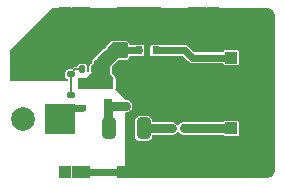
<source format=gtl>
%TF.GenerationSoftware,KiCad,Pcbnew,6.0.4-6f826c9f35~116~ubuntu18.04.1*%
%TF.CreationDate,2022-04-20T20:45:48+02:00*%
%TF.ProjectId,FETProbe_tiny,46455450-726f-4626-955f-74696e792e6b,rev?*%
%TF.SameCoordinates,Original*%
%TF.FileFunction,Copper,L1,Top*%
%TF.FilePolarity,Positive*%
%FSLAX46Y46*%
G04 Gerber Fmt 4.6, Leading zero omitted, Abs format (unit mm)*
G04 Created by KiCad (PCBNEW 6.0.4-6f826c9f35~116~ubuntu18.04.1) date 2022-04-20 20:45:48*
%MOMM*%
%LPD*%
G01*
G04 APERTURE LIST*
G04 Aperture macros list*
%AMRoundRect*
0 Rectangle with rounded corners*
0 $1 Rounding radius*
0 $2 $3 $4 $5 $6 $7 $8 $9 X,Y pos of 4 corners*
0 Add a 4 corners polygon primitive as box body*
4,1,4,$2,$3,$4,$5,$6,$7,$8,$9,$2,$3,0*
0 Add four circle primitives for the rounded corners*
1,1,$1+$1,$2,$3*
1,1,$1+$1,$4,$5*
1,1,$1+$1,$6,$7*
1,1,$1+$1,$8,$9*
0 Add four rect primitives between the rounded corners*
20,1,$1+$1,$2,$3,$4,$5,0*
20,1,$1+$1,$4,$5,$6,$7,0*
20,1,$1+$1,$6,$7,$8,$9,0*
20,1,$1+$1,$8,$9,$2,$3,0*%
G04 Aperture macros list end*
%TA.AperFunction,SMDPad,CuDef*%
%ADD10R,1.000000X1.000000*%
%TD*%
%TA.AperFunction,SMDPad,CuDef*%
%ADD11R,2.200000X1.050000*%
%TD*%
%TA.AperFunction,SMDPad,CuDef*%
%ADD12R,1.650000X1.000000*%
%TD*%
%TA.AperFunction,SMDPad,CuDef*%
%ADD13R,1.000000X2.130000*%
%TD*%
%TA.AperFunction,SMDPad,CuDef*%
%ADD14R,3.800000X1.000000*%
%TD*%
%TA.AperFunction,SMDPad,CuDef*%
%ADD15R,1.000000X3.800000*%
%TD*%
%TA.AperFunction,SMDPad,CuDef*%
%ADD16R,0.700000X1.000000*%
%TD*%
%TA.AperFunction,SMDPad,CuDef*%
%ADD17R,0.700000X0.600000*%
%TD*%
%TA.AperFunction,SMDPad,CuDef*%
%ADD18RoundRect,0.135000X-0.135000X-0.185000X0.135000X-0.185000X0.135000X0.185000X-0.135000X0.185000X0*%
%TD*%
%TA.AperFunction,SMDPad,CuDef*%
%ADD19RoundRect,0.250000X0.450000X0.425000X-0.450000X0.425000X-0.450000X-0.425000X0.450000X-0.425000X0*%
%TD*%
%TA.AperFunction,SMDPad,CuDef*%
%ADD20RoundRect,0.135000X-0.185000X0.135000X-0.185000X-0.135000X0.185000X-0.135000X0.185000X0.135000X0*%
%TD*%
%TA.AperFunction,ComponentPad*%
%ADD21C,2.000000*%
%TD*%
%TA.AperFunction,SMDPad,CuDef*%
%ADD22R,2.500000X2.500000*%
%TD*%
%TA.AperFunction,SMDPad,CuDef*%
%ADD23RoundRect,0.140000X-0.170000X0.140000X-0.170000X-0.140000X0.170000X-0.140000X0.170000X0.140000X0*%
%TD*%
%TA.AperFunction,SMDPad,CuDef*%
%ADD24RoundRect,0.140000X0.140000X0.170000X-0.140000X0.170000X-0.140000X-0.170000X0.140000X-0.170000X0*%
%TD*%
%TA.AperFunction,SMDPad,CuDef*%
%ADD25RoundRect,0.250000X-0.325000X-0.650000X0.325000X-0.650000X0.325000X0.650000X-0.325000X0.650000X0*%
%TD*%
%TA.AperFunction,SMDPad,CuDef*%
%ADD26R,0.600000X0.700000*%
%TD*%
%TA.AperFunction,SMDPad,CuDef*%
%ADD27RoundRect,0.147500X-0.147500X-0.172500X0.147500X-0.172500X0.147500X0.172500X-0.147500X0.172500X0*%
%TD*%
%TA.AperFunction,SMDPad,CuDef*%
%ADD28RoundRect,0.135000X0.185000X-0.135000X0.185000X0.135000X-0.185000X0.135000X-0.185000X-0.135000X0*%
%TD*%
%TA.AperFunction,ViaPad*%
%ADD29C,0.600000*%
%TD*%
%TA.AperFunction,Conductor*%
%ADD30C,0.600000*%
%TD*%
%TA.AperFunction,Conductor*%
%ADD31C,0.757000*%
%TD*%
%TA.AperFunction,Conductor*%
%ADD32C,0.150000*%
%TD*%
G04 APERTURE END LIST*
D10*
X121000000Y-103000000D03*
X124000000Y-103000000D03*
D11*
X122500000Y-101525000D03*
X122500000Y-104475000D03*
D12*
X108275000Y-106730000D03*
X108275000Y-93270000D03*
D13*
X119450000Y-94835000D03*
D10*
X119450000Y-106730000D03*
X119450000Y-93270000D03*
D14*
X113200000Y-106730000D03*
D13*
X119450000Y-105165000D03*
D15*
X119450000Y-100000000D03*
D12*
X118125000Y-93270000D03*
D10*
X106950000Y-93270000D03*
X106950000Y-106730000D03*
D12*
X118125000Y-106730000D03*
D14*
X113200000Y-93270000D03*
D16*
X110600000Y-101050000D03*
D17*
X110600000Y-99350000D03*
X108400000Y-99350000D03*
X108400000Y-101250000D03*
D18*
X108390000Y-98000000D03*
X109410000Y-98000000D03*
D19*
X111550000Y-96400000D03*
X108850000Y-96400000D03*
D20*
X107400000Y-100190000D03*
X107400000Y-101210000D03*
D10*
X121000000Y-97000000D03*
X124000000Y-97000000D03*
D11*
X122500000Y-98475000D03*
X122500000Y-95525000D03*
D20*
X107400000Y-97390000D03*
X107400000Y-98410000D03*
D21*
X103370000Y-102190000D03*
D22*
X106470000Y-102190000D03*
D23*
X115000000Y-102040000D03*
X115000000Y-103000000D03*
D24*
X111280000Y-98000000D03*
X110320000Y-98000000D03*
D21*
X103400000Y-97400000D03*
D23*
X118000000Y-102040000D03*
X118000000Y-103000000D03*
D25*
X110625000Y-103000000D03*
X113575000Y-103000000D03*
D26*
X113200000Y-96400000D03*
X114600000Y-96400000D03*
D27*
X116015000Y-103000000D03*
X116985000Y-103000000D03*
D28*
X112100000Y-101110000D03*
X112100000Y-100090000D03*
D29*
X124100000Y-104600000D03*
X124100000Y-98600000D03*
X118400000Y-95600000D03*
X104900000Y-94400000D03*
X113000000Y-100200000D03*
X116700000Y-93400000D03*
X123100000Y-98500000D03*
X105900000Y-93400000D03*
X115000000Y-104000000D03*
X116500000Y-102000000D03*
X123100000Y-104500000D03*
X111600000Y-94300000D03*
X114400000Y-101400000D03*
X114800000Y-105700000D03*
X116700000Y-106600000D03*
X115700000Y-93400000D03*
X109700000Y-93400000D03*
X118400000Y-98400000D03*
X118000000Y-104000000D03*
X121900000Y-101500000D03*
X110700000Y-93400000D03*
X120500000Y-93400000D03*
X121900000Y-98500000D03*
X121900000Y-95500000D03*
X107600000Y-96600000D03*
X123100000Y-95500000D03*
X112500000Y-104000000D03*
X117700000Y-101300000D03*
X124100000Y-95400000D03*
X120500000Y-106600000D03*
X103900000Y-95400000D03*
X122300000Y-93400000D03*
X124100000Y-106600000D03*
X123100000Y-101500000D03*
X115700000Y-106600000D03*
X114800000Y-94300000D03*
X112500000Y-105500000D03*
X120500000Y-102000000D03*
X116500000Y-104000000D03*
X118400000Y-94300000D03*
X112500000Y-102000000D03*
X113500000Y-104500000D03*
X113200000Y-94300000D03*
X121900000Y-104500000D03*
X112100000Y-99300000D03*
X118400000Y-105700000D03*
X124100000Y-101400000D03*
X112100000Y-98000000D03*
X110100000Y-96000000D03*
X118400000Y-100000000D03*
X120500000Y-104000000D03*
X122300000Y-106600000D03*
X124100000Y-93400000D03*
D30*
X108275000Y-106730000D02*
X113200000Y-106730000D01*
X108400000Y-101250000D02*
X107440000Y-101250000D01*
D31*
X110600000Y-101050000D02*
X110600000Y-102975000D01*
X110600000Y-102975000D02*
X110625000Y-103000000D01*
X112100000Y-101110000D02*
X110660000Y-101110000D01*
X110660000Y-101110000D02*
X110600000Y-101050000D01*
X116015000Y-103000000D02*
X115000000Y-103000000D01*
X113575000Y-103000000D02*
X115000000Y-103000000D01*
D32*
X107810000Y-98000000D02*
X107400000Y-98410000D01*
X108390000Y-98000000D02*
X107810000Y-98000000D01*
X107400000Y-100190000D02*
X107400000Y-98410000D01*
D31*
X116985000Y-103000000D02*
X118000000Y-103000000D01*
X118000000Y-103000000D02*
X121000000Y-103000000D01*
D30*
X121000000Y-97000000D02*
X117700000Y-97000000D01*
X117100000Y-96400000D02*
X114600000Y-96400000D01*
X117700000Y-97000000D02*
X117100000Y-96400000D01*
X113200000Y-96400000D02*
X111550000Y-96400000D01*
%TA.AperFunction,Conductor*%
G36*
X111842121Y-95820002D02*
G01*
X111888614Y-95873658D01*
X111900000Y-95926000D01*
X111900000Y-96874000D01*
X111879998Y-96942121D01*
X111826342Y-96988614D01*
X111774000Y-97000000D01*
X111400000Y-97000000D01*
X110700000Y-97700000D01*
X110700000Y-98400000D01*
X110963095Y-98663095D01*
X110997121Y-98725407D01*
X111000000Y-98752190D01*
X111000000Y-99574000D01*
X110979998Y-99642121D01*
X110926342Y-99688614D01*
X110874000Y-99700000D01*
X108126000Y-99700000D01*
X108057879Y-99679998D01*
X108011386Y-99626342D01*
X108000000Y-99574000D01*
X108000000Y-98826000D01*
X108020002Y-98757879D01*
X108073658Y-98711386D01*
X108126000Y-98700000D01*
X108700000Y-98700000D01*
X109200000Y-98200000D01*
X109200000Y-97752190D01*
X109220002Y-97684069D01*
X109236905Y-97663095D01*
X109400000Y-97500000D01*
X109400000Y-97356677D01*
X109420002Y-97288556D01*
X109473658Y-97242063D01*
X109484252Y-97237794D01*
X109504302Y-97230753D01*
X109504301Y-97230753D01*
X109513184Y-97227634D01*
X109520754Y-97222042D01*
X109520757Y-97222041D01*
X109614579Y-97152742D01*
X109622150Y-97147150D01*
X109686819Y-97059596D01*
X109697041Y-97045757D01*
X109697042Y-97045754D01*
X109702634Y-97038184D01*
X109705755Y-97029297D01*
X109715224Y-97002335D01*
X109745011Y-96954989D01*
X110187958Y-96512042D01*
X110243911Y-96479574D01*
X110300817Y-96464060D01*
X110422991Y-96389045D01*
X110447369Y-96362113D01*
X110513178Y-96289407D01*
X110519200Y-96282754D01*
X110581710Y-96153733D01*
X110583199Y-96144882D01*
X110585929Y-96136328D01*
X110589145Y-96137354D01*
X110617357Y-96082643D01*
X110863095Y-95836905D01*
X110925407Y-95802879D01*
X110952190Y-95800000D01*
X111774000Y-95800000D01*
X111842121Y-95820002D01*
G37*
%TD.AperFunction*%
%TA.AperFunction,Conductor*%
G36*
X123980082Y-92801624D02*
G01*
X124000000Y-92805136D01*
X124006376Y-92804012D01*
X124006378Y-92804012D01*
X124006872Y-92803925D01*
X124026971Y-92803157D01*
X124129212Y-92813227D01*
X124143440Y-92816057D01*
X124260713Y-92851631D01*
X124274115Y-92857183D01*
X124382193Y-92914952D01*
X124394255Y-92923011D01*
X124488987Y-93000755D01*
X124499245Y-93011013D01*
X124576989Y-93105745D01*
X124585048Y-93117807D01*
X124642817Y-93225885D01*
X124648369Y-93239287D01*
X124683943Y-93356560D01*
X124686773Y-93370788D01*
X124696843Y-93473029D01*
X124696075Y-93493128D01*
X124695988Y-93493622D01*
X124694864Y-93500000D01*
X124695988Y-93506374D01*
X124698376Y-93519917D01*
X124699500Y-93532767D01*
X124699500Y-106467233D01*
X124698376Y-106480082D01*
X124694864Y-106500000D01*
X124695988Y-106506376D01*
X124695988Y-106506378D01*
X124696075Y-106506872D01*
X124696843Y-106526971D01*
X124686773Y-106629212D01*
X124683943Y-106643440D01*
X124648369Y-106760713D01*
X124642817Y-106774115D01*
X124585048Y-106882193D01*
X124576989Y-106894255D01*
X124499245Y-106988987D01*
X124488987Y-106999245D01*
X124394255Y-107076989D01*
X124382193Y-107085048D01*
X124274115Y-107142817D01*
X124260713Y-107148369D01*
X124143440Y-107183943D01*
X124129212Y-107186773D01*
X124026971Y-107196843D01*
X124006872Y-107196075D01*
X124006378Y-107195988D01*
X124006376Y-107195988D01*
X124000000Y-107194864D01*
X123988777Y-107196843D01*
X123980083Y-107198376D01*
X123967233Y-107199500D01*
X112074000Y-107199500D01*
X112026434Y-107182187D01*
X112001124Y-107138350D01*
X112000000Y-107125500D01*
X112000000Y-102318481D01*
X112849500Y-102318481D01*
X112849501Y-103681518D01*
X112864354Y-103775304D01*
X112893152Y-103831823D01*
X112919304Y-103883150D01*
X112919306Y-103883152D01*
X112921950Y-103888342D01*
X113011658Y-103978050D01*
X113016848Y-103980694D01*
X113016850Y-103980696D01*
X113119502Y-104033000D01*
X113119505Y-104033001D01*
X113124696Y-104035646D01*
X113130448Y-104036557D01*
X113130451Y-104036558D01*
X113215602Y-104050044D01*
X113218481Y-104050500D01*
X113575000Y-104050500D01*
X113931518Y-104050499D01*
X113934390Y-104050044D01*
X113934392Y-104050044D01*
X113966090Y-104045024D01*
X114025304Y-104035646D01*
X114081823Y-104006848D01*
X114133150Y-103980696D01*
X114133152Y-103980694D01*
X114138342Y-103978050D01*
X114228050Y-103888342D01*
X114230694Y-103883152D01*
X114230696Y-103883150D01*
X114283000Y-103780498D01*
X114283001Y-103780495D01*
X114285646Y-103775304D01*
X114286557Y-103769552D01*
X114286558Y-103769549D01*
X114300045Y-103684392D01*
X114300500Y-103681519D01*
X114300500Y-103603000D01*
X114317813Y-103555434D01*
X114361650Y-103530124D01*
X114374500Y-103529000D01*
X116051304Y-103529000D01*
X116158596Y-103514303D01*
X116163225Y-103512300D01*
X116163228Y-103512299D01*
X116286984Y-103458744D01*
X116286985Y-103458743D01*
X116291612Y-103456741D01*
X116295532Y-103453567D01*
X116326467Y-103428517D01*
X116326472Y-103428512D01*
X116333939Y-103422466D01*
X116334213Y-103422344D01*
X116334734Y-103421822D01*
X116404250Y-103365530D01*
X116437703Y-103318456D01*
X116479370Y-103289712D01*
X116529764Y-103294476D01*
X116552494Y-103311234D01*
X116644633Y-103411433D01*
X116767814Y-103487809D01*
X116772657Y-103489216D01*
X116903271Y-103527163D01*
X116903273Y-103527163D01*
X116906996Y-103528245D01*
X116912536Y-103528652D01*
X116915923Y-103528901D01*
X116915936Y-103528901D01*
X116917278Y-103529000D01*
X120298819Y-103529000D01*
X120346385Y-103546313D01*
X120360348Y-103561888D01*
X120373631Y-103581767D01*
X120391496Y-103608504D01*
X120441278Y-103641767D01*
X120448424Y-103643188D01*
X120448425Y-103643189D01*
X120481610Y-103649790D01*
X120481611Y-103649790D01*
X120485180Y-103650500D01*
X121514820Y-103650500D01*
X121518389Y-103649790D01*
X121518390Y-103649790D01*
X121551575Y-103643189D01*
X121551576Y-103643188D01*
X121558722Y-103641767D01*
X121608504Y-103608504D01*
X121641767Y-103558722D01*
X121644236Y-103546313D01*
X121649790Y-103518390D01*
X121649790Y-103518389D01*
X121650500Y-103514820D01*
X121650500Y-102485180D01*
X121648045Y-102472837D01*
X121643189Y-102448425D01*
X121643188Y-102448424D01*
X121641767Y-102441278D01*
X121608504Y-102391496D01*
X121558722Y-102358233D01*
X121551576Y-102356812D01*
X121551575Y-102356811D01*
X121518390Y-102350210D01*
X121518389Y-102350210D01*
X121514820Y-102349500D01*
X120485180Y-102349500D01*
X120481611Y-102350210D01*
X120481610Y-102350210D01*
X120448425Y-102356811D01*
X120448424Y-102356812D01*
X120441278Y-102358233D01*
X120391496Y-102391496D01*
X120387447Y-102397556D01*
X120387446Y-102397557D01*
X120360348Y-102438112D01*
X120319526Y-102468044D01*
X120298819Y-102471000D01*
X116948696Y-102471000D01*
X116841404Y-102485697D01*
X116836775Y-102487700D01*
X116836772Y-102487701D01*
X116713016Y-102541256D01*
X116713015Y-102541257D01*
X116708388Y-102543259D01*
X116704469Y-102546432D01*
X116704468Y-102546433D01*
X116673533Y-102571483D01*
X116673528Y-102571488D01*
X116666061Y-102577534D01*
X116665787Y-102577656D01*
X116665266Y-102578178D01*
X116595750Y-102634470D01*
X116592827Y-102638583D01*
X116562296Y-102681544D01*
X116520630Y-102710288D01*
X116470236Y-102705524D01*
X116447506Y-102688766D01*
X116358784Y-102592283D01*
X116355367Y-102588567D01*
X116232186Y-102512191D01*
X116217133Y-102507818D01*
X116096729Y-102472837D01*
X116096727Y-102472837D01*
X116093004Y-102471755D01*
X116087380Y-102471342D01*
X116084077Y-102471099D01*
X116084064Y-102471099D01*
X116082722Y-102471000D01*
X114374499Y-102471000D01*
X114326933Y-102453687D01*
X114301623Y-102409850D01*
X114300499Y-102397000D01*
X114300499Y-102318482D01*
X114285646Y-102224696D01*
X114256848Y-102168177D01*
X114230696Y-102116850D01*
X114230694Y-102116848D01*
X114228050Y-102111658D01*
X114138342Y-102021950D01*
X114133152Y-102019306D01*
X114133150Y-102019304D01*
X114030498Y-101967000D01*
X114030495Y-101966999D01*
X114025304Y-101964354D01*
X114019552Y-101963443D01*
X114019549Y-101963442D01*
X113934392Y-101949955D01*
X113931519Y-101949500D01*
X113928610Y-101949500D01*
X113575001Y-101949501D01*
X113218482Y-101949501D01*
X113215610Y-101949956D01*
X113215608Y-101949956D01*
X113183910Y-101954976D01*
X113124696Y-101964354D01*
X113070999Y-101991714D01*
X113016850Y-102019304D01*
X113016848Y-102019306D01*
X113011658Y-102021950D01*
X112921950Y-102111658D01*
X112919306Y-102116848D01*
X112919304Y-102116850D01*
X112867000Y-102219502D01*
X112864354Y-102224696D01*
X112863443Y-102230448D01*
X112863442Y-102230451D01*
X112849955Y-102315608D01*
X112849500Y-102318481D01*
X112000000Y-102318481D01*
X112000000Y-101713000D01*
X112017313Y-101665434D01*
X112061150Y-101640124D01*
X112074000Y-101639000D01*
X112136304Y-101639000D01*
X112243596Y-101624303D01*
X112248225Y-101622300D01*
X112248228Y-101622299D01*
X112371984Y-101568744D01*
X112371985Y-101568743D01*
X112376612Y-101566741D01*
X112384063Y-101560708D01*
X112485329Y-101478705D01*
X112489250Y-101475530D01*
X112573209Y-101357388D01*
X112622304Y-101221019D01*
X112632919Y-101076472D01*
X112625747Y-101040901D01*
X112605268Y-100939337D01*
X112605267Y-100939335D01*
X112604271Y-100934394D01*
X112538472Y-100805254D01*
X112440367Y-100698567D01*
X112317186Y-100622191D01*
X112266750Y-100607538D01*
X112181729Y-100582837D01*
X112181727Y-100582837D01*
X112178004Y-100581755D01*
X112172464Y-100581348D01*
X112169077Y-100581099D01*
X112169064Y-100581099D01*
X112167722Y-100581000D01*
X112074000Y-100581000D01*
X112026434Y-100563687D01*
X112001124Y-100519850D01*
X112000696Y-100514962D01*
X112000000Y-100513050D01*
X112000000Y-100500000D01*
X111213406Y-99713406D01*
X111192014Y-99667530D01*
X111194728Y-99640237D01*
X111196432Y-99634432D01*
X111196434Y-99634424D01*
X111197176Y-99631896D01*
X111205500Y-99574000D01*
X111205500Y-98752190D01*
X111204323Y-98730227D01*
X111201444Y-98703444D01*
X111177483Y-98626919D01*
X111143457Y-98564607D01*
X111108405Y-98517785D01*
X110927174Y-98336554D01*
X110905782Y-98290678D01*
X110905500Y-98284228D01*
X110905500Y-97815772D01*
X110922813Y-97768206D01*
X110927174Y-97763446D01*
X111443446Y-97247174D01*
X111489322Y-97225782D01*
X111495772Y-97225500D01*
X111982424Y-97225499D01*
X112031518Y-97225499D01*
X112034390Y-97225044D01*
X112034392Y-97225044D01*
X112066090Y-97220024D01*
X112125304Y-97210646D01*
X112181823Y-97181848D01*
X112233150Y-97155696D01*
X112233152Y-97155694D01*
X112238342Y-97153050D01*
X112328050Y-97063342D01*
X112330694Y-97058152D01*
X112330696Y-97058150D01*
X112383000Y-96955498D01*
X112383001Y-96955495D01*
X112385646Y-96950304D01*
X112391566Y-96912924D01*
X112416106Y-96868652D01*
X112464655Y-96850500D01*
X112757069Y-96850500D01*
X112798181Y-96862971D01*
X112835219Y-96887719D01*
X112835221Y-96887720D01*
X112841278Y-96891767D01*
X112848424Y-96893188D01*
X112848425Y-96893189D01*
X112881610Y-96899790D01*
X112881611Y-96899790D01*
X112885180Y-96900500D01*
X113514820Y-96900500D01*
X113518389Y-96899790D01*
X113518390Y-96899790D01*
X113551575Y-96893189D01*
X113551576Y-96893188D01*
X113558722Y-96891767D01*
X113608504Y-96858504D01*
X113641767Y-96808722D01*
X113650500Y-96764820D01*
X113650500Y-96460107D01*
X113652411Y-96443397D01*
X113654185Y-96435745D01*
X113650685Y-96386314D01*
X113650500Y-96381088D01*
X113650500Y-96364255D01*
X114145815Y-96364255D01*
X114146206Y-96369774D01*
X114149315Y-96413685D01*
X114149500Y-96418912D01*
X114149500Y-96764820D01*
X114158233Y-96808722D01*
X114191496Y-96858504D01*
X114241278Y-96891767D01*
X114248424Y-96893188D01*
X114248425Y-96893189D01*
X114281610Y-96899790D01*
X114281611Y-96899790D01*
X114285180Y-96900500D01*
X114914820Y-96900500D01*
X114918389Y-96899790D01*
X114918390Y-96899790D01*
X114951575Y-96893189D01*
X114951576Y-96893188D01*
X114958722Y-96891767D01*
X114964779Y-96887720D01*
X114964781Y-96887719D01*
X115001819Y-96862971D01*
X115042931Y-96850500D01*
X116882745Y-96850500D01*
X116930311Y-96867813D01*
X116935071Y-96872174D01*
X117359423Y-97296526D01*
X117365210Y-97303039D01*
X117388128Y-97332110D01*
X117392677Y-97335254D01*
X117392678Y-97335255D01*
X117437056Y-97365926D01*
X117438948Y-97367278D01*
X117482366Y-97399348D01*
X117482370Y-97399350D01*
X117486816Y-97402634D01*
X117491882Y-97404412D01*
X117492185Y-97404597D01*
X117492445Y-97404724D01*
X117494506Y-97405774D01*
X117494811Y-97405936D01*
X117495155Y-97406080D01*
X117499569Y-97409131D01*
X117517747Y-97414880D01*
X117556268Y-97427063D01*
X117558471Y-97427798D01*
X117609408Y-97445685D01*
X117614631Y-97447519D01*
X117619994Y-97447729D01*
X117621013Y-97447987D01*
X117624703Y-97448706D01*
X117628730Y-97449980D01*
X117635337Y-97450500D01*
X117689039Y-97450500D01*
X117691945Y-97450557D01*
X117744470Y-97452621D01*
X117749994Y-97452838D01*
X117755336Y-97451422D01*
X117759636Y-97450947D01*
X117767754Y-97450500D01*
X120276453Y-97450500D01*
X120324019Y-97467813D01*
X120349329Y-97511650D01*
X120349500Y-97512896D01*
X120349500Y-97514820D01*
X120352472Y-97529759D01*
X120353458Y-97534715D01*
X120358233Y-97558722D01*
X120391496Y-97608504D01*
X120441278Y-97641767D01*
X120448424Y-97643188D01*
X120448425Y-97643189D01*
X120481610Y-97649790D01*
X120481611Y-97649790D01*
X120485180Y-97650500D01*
X121514820Y-97650500D01*
X121518389Y-97649790D01*
X121518390Y-97649790D01*
X121551575Y-97643189D01*
X121551576Y-97643188D01*
X121558722Y-97641767D01*
X121608504Y-97608504D01*
X121641767Y-97558722D01*
X121646543Y-97534715D01*
X121649790Y-97518390D01*
X121649791Y-97518383D01*
X121650500Y-97514820D01*
X121650500Y-96485180D01*
X121649790Y-96481610D01*
X121643189Y-96448425D01*
X121643188Y-96448424D01*
X121641767Y-96441278D01*
X121608504Y-96391496D01*
X121558722Y-96358233D01*
X121551576Y-96356812D01*
X121551575Y-96356811D01*
X121518390Y-96350210D01*
X121518389Y-96350210D01*
X121514820Y-96349500D01*
X120485180Y-96349500D01*
X120481611Y-96350210D01*
X120481610Y-96350210D01*
X120448425Y-96356811D01*
X120448424Y-96356812D01*
X120441278Y-96358233D01*
X120391496Y-96391496D01*
X120358233Y-96441278D01*
X120356812Y-96448424D01*
X120356811Y-96448425D01*
X120353102Y-96467070D01*
X120349500Y-96485180D01*
X120348985Y-96485077D01*
X120328200Y-96528399D01*
X120282091Y-96549285D01*
X120276453Y-96549500D01*
X117917255Y-96549500D01*
X117869689Y-96532187D01*
X117864929Y-96527826D01*
X117440577Y-96103474D01*
X117434790Y-96096961D01*
X117415297Y-96072234D01*
X117415295Y-96072232D01*
X117411872Y-96067890D01*
X117362944Y-96034074D01*
X117361052Y-96032722D01*
X117317634Y-96000652D01*
X117317630Y-96000650D01*
X117313184Y-95997366D01*
X117308118Y-95995588D01*
X117307815Y-95995403D01*
X117307555Y-95995276D01*
X117305494Y-95994226D01*
X117305189Y-95994064D01*
X117304845Y-95993920D01*
X117300431Y-95990869D01*
X117243732Y-95972937D01*
X117241529Y-95972202D01*
X117190592Y-95954315D01*
X117190591Y-95954315D01*
X117185369Y-95952481D01*
X117180006Y-95952271D01*
X117178987Y-95952013D01*
X117175297Y-95951294D01*
X117171270Y-95950020D01*
X117164663Y-95949500D01*
X117110961Y-95949500D01*
X117108055Y-95949443D01*
X117055530Y-95947379D01*
X117050006Y-95947162D01*
X117044664Y-95948578D01*
X117040364Y-95949053D01*
X117032246Y-95949500D01*
X115042931Y-95949500D01*
X115001819Y-95937029D01*
X114964781Y-95912281D01*
X114964779Y-95912280D01*
X114958722Y-95908233D01*
X114951576Y-95906812D01*
X114951575Y-95906811D01*
X114918390Y-95900210D01*
X114918389Y-95900210D01*
X114914820Y-95899500D01*
X114285180Y-95899500D01*
X114281611Y-95900210D01*
X114281610Y-95900210D01*
X114248425Y-95906811D01*
X114248424Y-95906812D01*
X114241278Y-95908233D01*
X114191496Y-95941496D01*
X114158233Y-95991278D01*
X114156812Y-95998424D01*
X114156811Y-95998425D01*
X114150210Y-96031610D01*
X114149500Y-96035180D01*
X114149500Y-96339893D01*
X114147589Y-96356600D01*
X114145815Y-96364255D01*
X113650500Y-96364255D01*
X113650500Y-96035180D01*
X113649790Y-96031610D01*
X113643189Y-95998425D01*
X113643188Y-95998424D01*
X113641767Y-95991278D01*
X113608504Y-95941496D01*
X113558722Y-95908233D01*
X113551576Y-95906812D01*
X113551575Y-95906811D01*
X113518390Y-95900210D01*
X113518389Y-95900210D01*
X113514820Y-95899500D01*
X112885180Y-95899500D01*
X112881611Y-95900210D01*
X112881610Y-95900210D01*
X112848425Y-95906811D01*
X112848424Y-95906812D01*
X112841278Y-95908233D01*
X112835221Y-95912280D01*
X112835219Y-95912281D01*
X112798181Y-95937029D01*
X112757069Y-95949500D01*
X112464655Y-95949500D01*
X112417089Y-95932187D01*
X112391566Y-95887076D01*
X112386557Y-95855450D01*
X112385646Y-95849696D01*
X112356848Y-95793177D01*
X112330696Y-95741850D01*
X112330694Y-95741848D01*
X112328050Y-95736658D01*
X112238342Y-95646950D01*
X112233152Y-95644306D01*
X112233150Y-95644304D01*
X112130498Y-95592000D01*
X112130495Y-95591999D01*
X112125304Y-95589354D01*
X112119552Y-95588443D01*
X112119549Y-95588442D01*
X112034392Y-95574955D01*
X112031519Y-95574500D01*
X112028610Y-95574500D01*
X111550001Y-95574501D01*
X111068482Y-95574501D01*
X111065610Y-95574956D01*
X111065608Y-95574956D01*
X110980446Y-95588443D01*
X110980444Y-95588444D01*
X110974696Y-95589354D01*
X110970982Y-95591246D01*
X110952189Y-95594483D01*
X110952190Y-95594500D01*
X110951227Y-95594552D01*
X110951212Y-95594552D01*
X110931209Y-95595624D01*
X110931195Y-95595625D01*
X110930227Y-95595677D01*
X110929263Y-95595781D01*
X110929246Y-95595782D01*
X110914644Y-95597352D01*
X110903444Y-95598556D01*
X110899970Y-95599644D01*
X110899969Y-95599644D01*
X110830390Y-95621430D01*
X110830388Y-95621431D01*
X110826919Y-95622517D01*
X110823727Y-95624260D01*
X110774632Y-95651069D01*
X110764607Y-95656543D01*
X110717785Y-95691595D01*
X110472047Y-95937333D01*
X110470361Y-95939641D01*
X110470359Y-95939644D01*
X110436400Y-95986145D01*
X110436397Y-95986150D01*
X110434710Y-95988460D01*
X110433398Y-95991005D01*
X110433397Y-95991006D01*
X110429571Y-95998425D01*
X110406498Y-96043171D01*
X110406481Y-96043162D01*
X110404001Y-96050400D01*
X110390158Y-96073848D01*
X110388895Y-96077806D01*
X110388081Y-96080357D01*
X110384180Y-96090123D01*
X110377712Y-96103474D01*
X110351716Y-96157130D01*
X110339983Y-96174525D01*
X110297494Y-96221466D01*
X110281356Y-96234864D01*
X110227399Y-96267994D01*
X110208148Y-96276324D01*
X110189859Y-96281310D01*
X110187642Y-96282237D01*
X110142993Y-96300902D01*
X110142987Y-96300905D01*
X110140772Y-96301831D01*
X110084819Y-96334299D01*
X110082912Y-96335766D01*
X110082907Y-96335769D01*
X110053699Y-96358233D01*
X110042648Y-96366732D01*
X109599701Y-96809679D01*
X109598412Y-96811295D01*
X109598407Y-96811300D01*
X109572359Y-96843943D01*
X109572353Y-96843951D01*
X109571071Y-96845558D01*
X109541284Y-96892904D01*
X109521333Y-96934242D01*
X109521298Y-96934343D01*
X109512928Y-96949137D01*
X109491435Y-96978235D01*
X109481815Y-96991259D01*
X109466258Y-97006816D01*
X109424154Y-97037916D01*
X109407428Y-97047147D01*
X109407444Y-97047187D01*
X109396850Y-97051456D01*
X109339084Y-97086756D01*
X109285428Y-97133249D01*
X109267473Y-97150842D01*
X109264889Y-97155462D01*
X109225555Y-97225782D01*
X109222826Y-97230660D01*
X109202824Y-97298781D01*
X109194500Y-97356677D01*
X109194500Y-97384228D01*
X109177187Y-97431794D01*
X109172826Y-97436554D01*
X109091595Y-97517785D01*
X109090945Y-97518509D01*
X109090937Y-97518517D01*
X109078999Y-97531806D01*
X109076898Y-97534145D01*
X109076299Y-97534888D01*
X109076289Y-97534900D01*
X109062851Y-97551575D01*
X109059995Y-97555119D01*
X109022826Y-97626173D01*
X109002824Y-97694294D01*
X109002449Y-97696904D01*
X108997811Y-97729159D01*
X108995959Y-97738090D01*
X108994595Y-97743094D01*
X108992345Y-97748183D01*
X108991701Y-97753708D01*
X108991700Y-97753711D01*
X108989753Y-97770416D01*
X108989500Y-97772585D01*
X108989500Y-97774727D01*
X108989501Y-98089227D01*
X108972188Y-98136793D01*
X108967827Y-98141553D01*
X108936826Y-98172554D01*
X108890950Y-98193946D01*
X108842055Y-98180845D01*
X108813021Y-98139381D01*
X108810500Y-98120228D01*
X108810499Y-97774771D01*
X108810499Y-97772586D01*
X108807538Y-97747690D01*
X108803691Y-97739028D01*
X108767137Y-97656735D01*
X108764363Y-97650490D01*
X108757050Y-97643189D01*
X108693929Y-97580179D01*
X108689092Y-97575350D01*
X108682844Y-97572588D01*
X108682843Y-97572587D01*
X108596903Y-97534593D01*
X108596900Y-97534592D01*
X108591817Y-97532345D01*
X108581841Y-97531182D01*
X108569543Y-97529748D01*
X108569541Y-97529748D01*
X108567415Y-97529500D01*
X108391764Y-97529500D01*
X108212586Y-97529501D01*
X108210417Y-97529759D01*
X108210416Y-97529759D01*
X108193204Y-97531806D01*
X108193203Y-97531806D01*
X108187690Y-97532462D01*
X108182619Y-97534714D01*
X108182617Y-97534715D01*
X108114932Y-97564780D01*
X108090490Y-97575637D01*
X108015350Y-97650908D01*
X108012588Y-97657156D01*
X108012587Y-97657157D01*
X107980197Y-97730422D01*
X107945129Y-97766926D01*
X107912516Y-97774500D01*
X107817861Y-97774500D01*
X107813988Y-97774399D01*
X107781702Y-97772707D01*
X107773936Y-97772300D01*
X107766673Y-97775088D01*
X107751190Y-97781031D01*
X107740057Y-97784329D01*
X107723839Y-97787776D01*
X107723838Y-97787776D01*
X107716232Y-97789393D01*
X107709353Y-97794391D01*
X107692380Y-97803606D01*
X107691705Y-97803865D01*
X107691703Y-97803866D01*
X107684441Y-97806654D01*
X107667214Y-97823881D01*
X107658384Y-97831422D01*
X107638677Y-97845740D01*
X107634790Y-97852473D01*
X107634789Y-97852474D01*
X107634426Y-97853103D01*
X107622666Y-97868429D01*
X107523269Y-97967826D01*
X107477393Y-97989218D01*
X107470943Y-97989500D01*
X107194479Y-97989501D01*
X107172586Y-97989501D01*
X107170417Y-97989759D01*
X107170416Y-97989759D01*
X107153204Y-97991806D01*
X107153203Y-97991806D01*
X107147690Y-97992462D01*
X107142619Y-97994714D01*
X107142617Y-97994715D01*
X107056735Y-98032863D01*
X107050490Y-98035637D01*
X106975350Y-98110908D01*
X106972588Y-98117156D01*
X106972587Y-98117157D01*
X106934593Y-98203097D01*
X106934592Y-98203100D01*
X106932345Y-98208183D01*
X106929500Y-98232585D01*
X106929501Y-98587414D01*
X106932462Y-98612310D01*
X106934714Y-98617381D01*
X106934715Y-98617383D01*
X106971399Y-98699969D01*
X106975637Y-98709510D01*
X107050908Y-98784650D01*
X107057156Y-98787412D01*
X107057157Y-98787413D01*
X107130422Y-98819803D01*
X107166926Y-98854871D01*
X107174500Y-98887484D01*
X107174500Y-98926000D01*
X107157187Y-98973566D01*
X107113350Y-98998876D01*
X107100500Y-99000000D01*
X102374500Y-99000000D01*
X102326934Y-98982687D01*
X102301624Y-98938850D01*
X102300500Y-98926000D01*
X102300500Y-96355123D01*
X102317813Y-96307557D01*
X102322174Y-96302797D01*
X105802797Y-92822174D01*
X105848673Y-92800782D01*
X105855123Y-92800500D01*
X123967233Y-92800500D01*
X123980082Y-92801624D01*
G37*
%TD.AperFunction*%
M02*

</source>
